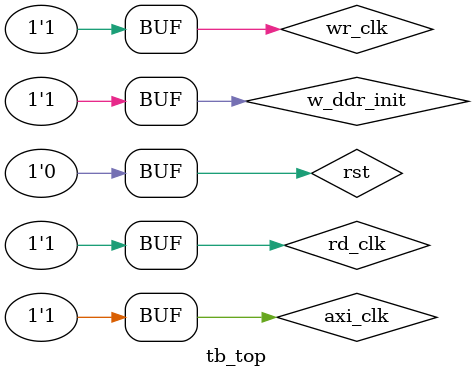
<source format=v>
`timescale 1ns/1ps

module tb_top();

reg wr_clk, rd_clk, axi_clk, rst, arst;

localparam              P_WR_LENGTH         =   4096    ,
                        P_USER_DATA_WIDTH   =   16      ,
                        P_AXI_DATA_WIDTH    =   128     ,
                        P_AXI_ADDR_WIDTH    =   32      ;

initial
begin
    rst = 1;
    #1000;
    rst = 0;
end

always
begin
    wr_clk = 0;
    #10;
    wr_clk = 1;
    #10;
end

always
begin
    rd_clk = 0;
    #5;
    rd_clk = 1;
    #5;
end

always
begin
    axi_clk = 0;
    #5;
    axi_clk = 1;
    #5;
end

reg rst_1d, rst_2d;
always@(posedge axi_clk)
begin
    rst_1d <= rst;
    rst_2d <= rst_1d;
    arst   <= ~rst_2d;
end


wire [P_USER_DATA_WIDTH-1:0]        w_user_data             ;
wire                                w_user_valid            ;
wire                                w_user_rdreq            ;
wire                                w_user_busy             ;

wire                                w_ddr_init = 'd1        ;

wire                                rsta_busy               ;
wire                                rstb_busy               ;

wire [3:0] 				 	        w_axi_awid              ;
wire                                w_axi_aw_valid          ;
wire [P_AXI_ADDR_WIDTH - 1:0]       w_axi_aw_addr           ;
wire [7:0]                          w_axi_aw_length         ;
wire [2:0] 				 	        w_axi_awsize            ;
wire [1:0] 				 	        w_axi_awburst           ;
wire                                w_axi_aw_ready          ;

wire 	  	 				 	    w_axi_awlock            ;
wire [3:0] 				 	        w_axi_awcache           ;
wire [2:0] 				 	        w_axi_awprot            ;
wire [3:0] 				 	        w_axi_awqos             ;

wire                                w_axi_w_valid           ;
wire [P_AXI_DATA_WIDTH - 1:0]       w_axi_w_data            ;
wire                                w_axi_w_last            ;
wire                                w_axi_w_ready           ;
wire [P_AXI_DATA_WIDTH/8-1:0]       w_axi_wstrb             ;

wire [3:0]	         	            w_axi_bid               ;
wire [1:0]	         	            w_axi_bresp             ;
wire   	   			                w_axi_bvalid            ;
wire       			                w_axi_bready            ;

wire [P_USER_DATA_WIDTH - 1:0]      o_user_data             ;
wire                                o_user_valid            ;
wire                                o_user_last             ;

wire  		 				        w_axi_arvalid           ;
wire   		 				        w_axi_arready           ;
wire [P_AXI_ADDR_WIDTH-1:0] 	    w_axi_araddr            ;
wire [ 7:0] 					    w_axi_arlen             ;
wire [ 2:0] 					    w_axi_arsize            ;
wire [ 1:0] 					    w_axi_arburst           ;
wire [ 3:0] 					    w_axi_arid              ;
wire  	  	 				        w_axi_arlock            ;
wire [ 3:0] 					    w_axi_arcache           ;
wire [ 2:0] 					    w_axi_arprot            ;
wire [ 3:0] 					    w_axi_arqos             ;

wire [ 3:0] 				        w_axi_rid               ;
wire [P_AXI_DATA_WIDTH-1:0]	        w_axi_rdata             ;
wire [ 1:0] 				        w_axi_resp              ;
wire      					        w_axi_rvalid            ;
wire   						        w_axi_rlast             ;
wire    						    w_axi_rready            ;

user_gen_module#(
    .P_WR_LENGTH         (P_WR_LENGTH      )  ,
    .P_USER_DATA_WIDTH   (P_USER_DATA_WIDTH)  ,
    .P_AXI_DATA_WIDTH    (P_AXI_DATA_WIDTH )  ,
    .P_AXI_ADDR_WIDTH    (P_AXI_ADDR_WIDTH )  
)
user_gen_module_u0
(
    .i_user_rdclk            (rd_clk),
    .i_user_wrclk            (wr_clk),
    .i_rst                   (rst   ),

    .o_user_data             (w_user_data ),
    .o_user_valid            (w_user_valid),

    .o_user_rdreq            (w_user_rdreq)
);

axi_top#(
    .P_WR_LENGTH         (P_WR_LENGTH      )  ,
    .P_USER_DATA_WIDTH   (P_USER_DATA_WIDTH)  ,
    .P_AXI_DATA_WIDTH    (P_AXI_DATA_WIDTH )  ,
    .P_AXI_ADDR_WIDTH    (P_AXI_ADDR_WIDTH )  
)
axi_top_u0
(
    .i_user_rdclk        (rd_clk            ),
    .i_user_wrclk        (wr_clk            ),
    .i_axi_clk           (axi_clk           ),
    .i_rst               (rst               ),
    
    .i_ddr_init          (w_ddr_init        ),
    
    .i_wuser_baddr       ('h0               ),   // got one clk but its in the begin of DATA_VALID
    .i_wuser_faddr       (32'h00014000      ),   // got one clk but its in the begin of DATA_VALID
    
    .i_ruser_baddr       ('h0               ),
    .i_ruser_faddr       (32'h00014000      ),

    /*---- wr ----*/
    .i_user_data         (w_user_data       ),
    .i_user_valid        (w_user_valid      ),

    // write CMD
    .o_axi_awid          (w_axi_awid        ),   // 1
    .o_axi_aw_valid      (w_axi_aw_valid    ),   // 1
    .o_axi_aw_addr       (w_axi_aw_addr     ),   // 1
    .o_axi_aw_length     (w_axi_aw_length   ),   // 1
    .o_axi_awsize        (w_axi_awsize      ),   // 1
    .o_axi_awburst       (w_axi_awburst     ),   // 1
    .i_axi_aw_ready      (w_axi_aw_ready    ),

    .o_axi_awlock        (w_axi_awlock      ),   // 1 
    .o_axi_awcache       (w_axi_awcache     ),   // 1
    .o_axi_awprot        (w_axi_awprot      ),   // 1
    .o_axi_awqos         (w_axi_awqos       ),   // 1
    // write DATA           
    .o_axi_w_valid       (w_axi_w_valid     ),   // 1
    .o_axi_w_data        (w_axi_w_data      ),   // 1
    .o_axi_w_last        (w_axi_w_last      ),   // 1
    .i_axi_w_ready       (w_axi_w_ready     ),
    .o_axi_wstrb         (w_axi_wstrb       ),   // 1
    // write back           
    .i_axi_bid           (w_axi_bid         ),
    .i_axi_bresp         (w_axi_bresp       ),
    .i_axi_bvalid        (w_axi_bvalid      ),   
    .o_axi_bready        (w_axi_bready      ),   // 1

    /*---- rd ----*/
    .o_user_data         (o_user_data       ),   // 1
    .o_user_valid        (o_user_valid      ),   // 1
    .o_user_last         (o_user_last       ),   // 1
    
    .i_user_req          (w_user_rdreq      ),   // it is be like a req not valid    ###!!!
    .o_user_busy         (w_user_busy       ), 

    .o_axi_arvalid       (w_axi_arvalid     ),   // 1
	.i_axi_arready       (w_axi_arready     ), 
	.o_axi_araddr        (w_axi_araddr      ),   // 1
	.o_axi_arlen         (w_axi_arlen       ),   // 1
	.o_axi_arsize        (w_axi_arsize      ),   // 1
	.o_axi_arburst       (w_axi_arburst     ),   // 1
	.o_axi_arid          (w_axi_arid        ),   // 1
	.o_axi_arlock        (w_axi_arlock      ),   // 1
	.o_axi_arcache       (w_axi_arcache     ),   // 1
	.o_axi_arprot        (w_axi_arprot      ),   // 1
	.o_axi_arqos         (w_axi_arqos       ),   // 1

	.i_axi_rid           (w_axi_rid         ),
	.i_axi_rdata         (w_axi_rdata       ),
	.i_axi_resp          (w_axi_resp        ),
	.i_axi_rvalid        (w_axi_rvalid      ),
	.i_axi_rlast         (w_axi_rlast       ),
	.o_axi_rready        (w_axi_rready      )    // 1

);

BRAM_AXI_TEST BRAM_AXI_TEST_u0 (
  .rsta_busy        (rsta_busy      ),          // output wire rsta_busy
  .rstb_busy        (rstb_busy      ),          // output wire rstb_busy
  .s_aclk           (axi_clk        ),                // input wire s_aclk
  .s_aresetn        (arst           ),          // input wire s_aresetn
  .s_axi_awid       (w_axi_awid     ),        // input wire [3 : 0] s_axi_awid
  .s_axi_awaddr     (w_axi_aw_addr  ),    // input wire [31 : 0] s_axi_awaddr
  .s_axi_awlen      (w_axi_aw_length),      // input wire [7 : 0] s_axi_awlen
  .s_axi_awsize     (w_axi_awsize   ),    // input wire [2 : 0] s_axi_awsize
  .s_axi_awburst    (w_axi_awburst  ),  // input wire [1 : 0] s_axi_awburst
  .s_axi_awvalid    (w_axi_aw_valid ),  // input wire s_axi_awvalid
  .s_axi_awready    (w_axi_aw_ready ),  // output wire s_axi_awready
  .s_axi_wdata      (w_axi_w_data   ),      // input wire [127 : 0] s_axi_wdata
  .s_axi_wstrb      (w_axi_wstrb    ),      // input wire [15 : 0] s_axi_wstrb
  .s_axi_wlast      (w_axi_w_last   ),      // input wire s_axi_wlast
  .s_axi_wvalid     (w_axi_w_valid  ),    // input wire s_axi_wvalid
  .s_axi_wready     (w_axi_w_ready  ),    // output wire s_axi_wready
  .s_axi_bid        (w_axi_bid      ),          // output wire [3 : 0] s_axi_bid
  .s_axi_bresp      (w_axi_bresp    ),      // output wire [1 : 0] s_axi_bresp
  .s_axi_bvalid     (w_axi_bvalid   ),    // output wire s_axi_bvalid
  .s_axi_bready     (w_axi_bready   ),    // input wire s_axi_bready
  .s_axi_arid       (w_axi_arid     ),        // input wire [3 : 0] s_axi_arid
  .s_axi_araddr     (w_axi_araddr   ),    // input wire [31 : 0] s_axi_araddr
  .s_axi_arlen      (w_axi_arlen    ),      // input wire [7 : 0] s_axi_arlen
  .s_axi_arsize     (w_axi_arsize   ),    // input wire [2 : 0] s_axi_arsize
  .s_axi_arburst    (w_axi_arburst  ),  // input wire [1 : 0] s_axi_arburst
  .s_axi_arvalid    (w_axi_arvalid  ),  // input wire s_axi_arvalid
  .s_axi_arready    (w_axi_arready  ),  // output wire s_axi_arready
  .s_axi_rid        (w_axi_rid      ),          // output wire [3 : 0] s_axi_rid
  .s_axi_rdata      (w_axi_rdata    ),      // output wire [127 : 0] s_axi_rdata
  .s_axi_rresp      (w_axi_resp     ),      // output wire [1 : 0] s_axi_rresp
  .s_axi_rlast      (w_axi_rlast    ),      // output wire s_axi_rlast
  .s_axi_rvalid     (w_axi_rvalid   ),    // output wire s_axi_rvalid
  .s_axi_rready     (w_axi_rready   )    // input wire s_axi_rready
);


endmodule

</source>
